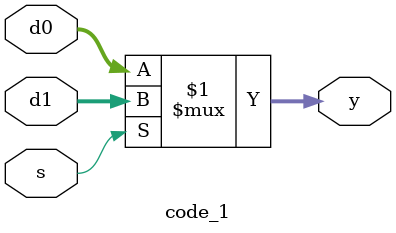
<source format=v>
`timescale 1ns / 1ps
module code_1(
	input [3:0]d0,d1,
	input  s,
	output [3:0] y
    );
	assign y=s?d1:d0;
endmodule

</source>
